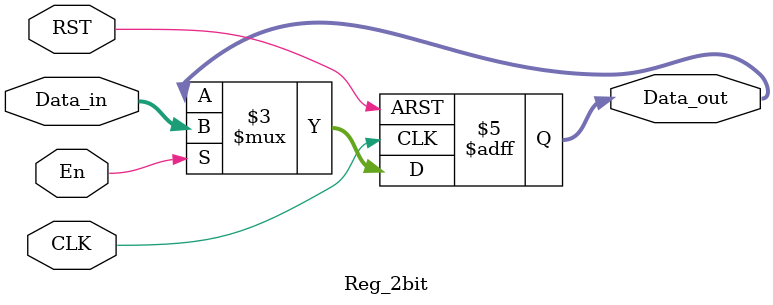
<source format=v>
`timescale 1ns / 1ps


module Reg_2bit(
    input wire CLK,              
    input wire RST,              
    input wire En,               
    input wire [1:0] Data_in,    
    output reg [1:0] Data_out    
);

    always @(posedge CLK or posedge RST) begin
        if (RST) begin
            Data_out <= 2'd0;
        end else begin
            if (En) begin
                Data_out <= Data_in;
            end else begin
                Data_out <= Data_out;
            end
        end
    end
endmodule

</source>
